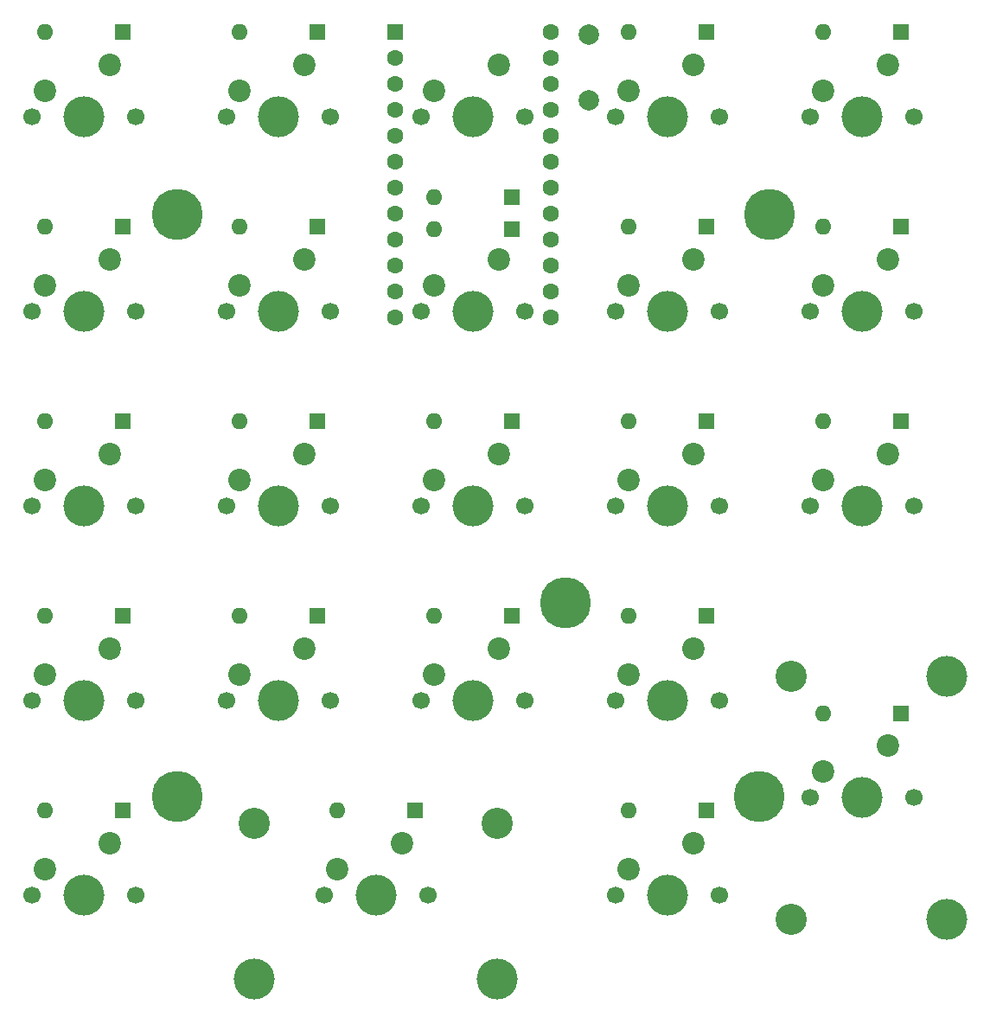
<source format=gts>
%TF.GenerationSoftware,KiCad,Pcbnew,(6.0.4-0)*%
%TF.CreationDate,2022-04-04T05:09:50+09:00*%
%TF.ProjectId,mytenkey,6d797465-6e6b-4657-992e-6b696361645f,rev?*%
%TF.SameCoordinates,Original*%
%TF.FileFunction,Soldermask,Top*%
%TF.FilePolarity,Negative*%
%FSLAX46Y46*%
G04 Gerber Fmt 4.6, Leading zero omitted, Abs format (unit mm)*
G04 Created by KiCad (PCBNEW (6.0.4-0)) date 2022-04-04 05:09:50*
%MOMM*%
%LPD*%
G01*
G04 APERTURE LIST*
%ADD10R,1.600000X1.600000*%
%ADD11O,1.600000X1.600000*%
%ADD12C,4.000000*%
%ADD13C,1.700000*%
%ADD14C,2.200000*%
%ADD15C,5.000000*%
%ADD16C,1.600000*%
%ADD17C,3.050000*%
%ADD18C,2.000000*%
G04 APERTURE END LIST*
D10*
%TO.C,D23*%
X171910000Y-114850000D03*
D11*
X164290000Y-114850000D03*
%TD*%
D12*
%TO.C,SW22*%
X168100000Y-94530000D03*
D13*
X173180000Y-94530000D03*
X163020000Y-94530000D03*
D14*
X170640000Y-89450000D03*
X164290000Y-91990000D03*
%TD*%
D13*
%TO.C,SW15*%
X154130000Y-56430000D03*
X143970000Y-56430000D03*
D12*
X149050000Y-56430000D03*
D14*
X151590000Y-51350000D03*
X145240000Y-53890000D03*
%TD*%
D13*
%TO.C,SW3*%
X96980000Y-94530000D03*
X86820000Y-94530000D03*
D12*
X91900000Y-94530000D03*
D14*
X94440000Y-89450000D03*
X88090000Y-91990000D03*
%TD*%
D10*
%TO.C,D1*%
X95710000Y-48175000D03*
D11*
X88090000Y-48175000D03*
%TD*%
D10*
%TO.C,D8*%
X114760000Y-86275000D03*
D11*
X107140000Y-86275000D03*
%TD*%
D10*
%TO.C,D4*%
X95710000Y-105325000D03*
D11*
X88090000Y-105325000D03*
%TD*%
D15*
%TO.C,*%
X159000000Y-66000000D03*
%TD*%
D10*
%TO.C,D22*%
X171910000Y-86275000D03*
D11*
X164290000Y-86275000D03*
%TD*%
D13*
%TO.C,SW19*%
X143970000Y-132630000D03*
X154130000Y-132630000D03*
D12*
X149050000Y-132630000D03*
D14*
X151590000Y-127550000D03*
X145240000Y-130090000D03*
%TD*%
D10*
%TO.C,D10*%
X124285000Y-124375000D03*
D11*
X116665000Y-124375000D03*
%TD*%
D10*
%TO.C,D20*%
X171910000Y-48175000D03*
D11*
X164290000Y-48175000D03*
%TD*%
D15*
%TO.C,*%
X158000000Y-123000000D03*
%TD*%
D10*
%TO.C,D5*%
X95710000Y-124375000D03*
D11*
X88090000Y-124375000D03*
%TD*%
D10*
%TO.C,D13*%
X133810000Y-86275000D03*
D11*
X126190000Y-86275000D03*
%TD*%
D13*
%TO.C,SW7*%
X116030000Y-75480000D03*
X105870000Y-75480000D03*
D12*
X110950000Y-75480000D03*
D14*
X113490000Y-70400000D03*
X107140000Y-72940000D03*
%TD*%
D10*
%TO.C,D16*%
X152860000Y-67225000D03*
D11*
X145240000Y-67225000D03*
%TD*%
D10*
%TO.C,U1*%
X122380000Y-48175000D03*
D16*
X122380000Y-50715000D03*
X122380000Y-53255000D03*
X122380000Y-55795000D03*
X122380000Y-58335000D03*
X122380000Y-60875000D03*
X122380000Y-63415000D03*
X122380000Y-65955000D03*
X122380000Y-68495000D03*
X122380000Y-71035000D03*
X122380000Y-73575000D03*
X122380000Y-76115000D03*
X137620000Y-76115000D03*
X137620000Y-73575000D03*
X137620000Y-71035000D03*
X137620000Y-68495000D03*
X137620000Y-65955000D03*
X137620000Y-63415000D03*
X137620000Y-60875000D03*
X137620000Y-58335000D03*
X137620000Y-55795000D03*
X137620000Y-53255000D03*
X137620000Y-50715000D03*
X137620000Y-48175000D03*
%TD*%
D13*
%TO.C,SW18*%
X154130000Y-113580000D03*
D12*
X149050000Y-113580000D03*
D13*
X143970000Y-113580000D03*
D14*
X151590000Y-108500000D03*
X145240000Y-111040000D03*
%TD*%
D13*
%TO.C,SW5*%
X86820000Y-132630000D03*
D12*
X91900000Y-132630000D03*
D13*
X96980000Y-132630000D03*
D14*
X94440000Y-127550000D03*
X88090000Y-130090000D03*
%TD*%
D10*
%TO.C,D7*%
X114760000Y-67225000D03*
D11*
X107140000Y-67225000D03*
%TD*%
D10*
%TO.C,D21*%
X171910000Y-67225000D03*
D11*
X164290000Y-67225000D03*
%TD*%
D15*
%TO.C,*%
X101000000Y-66000000D03*
%TD*%
%TO.C,*%
X139000000Y-104000000D03*
%TD*%
D13*
%TO.C,SW12*%
X124920000Y-75480000D03*
X135080000Y-75480000D03*
D12*
X130000000Y-75480000D03*
D14*
X132540000Y-70400000D03*
X126190000Y-72940000D03*
%TD*%
D13*
%TO.C,SW16*%
X154130000Y-75480000D03*
D12*
X149050000Y-75480000D03*
D13*
X143970000Y-75480000D03*
D14*
X151590000Y-70400000D03*
X145240000Y-72940000D03*
%TD*%
D13*
%TO.C,SW13*%
X135080000Y-94530000D03*
X124920000Y-94530000D03*
D12*
X130000000Y-94530000D03*
D14*
X132540000Y-89450000D03*
X126190000Y-91990000D03*
%TD*%
D10*
%TO.C,D11*%
X133810000Y-64300000D03*
D11*
X126190000Y-64300000D03*
%TD*%
D10*
%TO.C,D17*%
X152860000Y-86275000D03*
D11*
X145240000Y-86275000D03*
%TD*%
D12*
%TO.C,SW4*%
X91900000Y-113580000D03*
D13*
X96980000Y-113580000D03*
X86820000Y-113580000D03*
D14*
X94440000Y-108500000D03*
X88090000Y-111040000D03*
%TD*%
D13*
%TO.C,SW6*%
X105870000Y-56430000D03*
D12*
X110950000Y-56430000D03*
D13*
X116030000Y-56430000D03*
D14*
X113490000Y-51350000D03*
X107140000Y-53890000D03*
%TD*%
D13*
%TO.C,SW9*%
X116030000Y-113580000D03*
X105870000Y-113580000D03*
D12*
X110950000Y-113580000D03*
D14*
X113490000Y-108500000D03*
X107140000Y-111040000D03*
%TD*%
D13*
%TO.C,SW21*%
X173180000Y-75480000D03*
X163020000Y-75480000D03*
D12*
X168100000Y-75480000D03*
D14*
X170640000Y-70400000D03*
X164290000Y-72940000D03*
%TD*%
D10*
%TO.C,D2*%
X95710000Y-67225000D03*
D11*
X88090000Y-67225000D03*
%TD*%
D13*
%TO.C,SW20*%
X173180000Y-56430000D03*
X163020000Y-56430000D03*
D12*
X168100000Y-56430000D03*
D14*
X170640000Y-51350000D03*
X164290000Y-53890000D03*
%TD*%
D15*
%TO.C,*%
X101000000Y-123000000D03*
%TD*%
D10*
%TO.C,D12*%
X133810000Y-67437000D03*
D11*
X126190000Y-67437000D03*
%TD*%
D10*
%TO.C,D9*%
X114760000Y-105325000D03*
D11*
X107140000Y-105325000D03*
%TD*%
D13*
%TO.C,SW17*%
X154130000Y-94530000D03*
X143970000Y-94530000D03*
D12*
X149050000Y-94530000D03*
D14*
X151590000Y-89450000D03*
X145240000Y-91990000D03*
%TD*%
D12*
%TO.C,SW23*%
X168100000Y-123105000D03*
D17*
X161100000Y-111205000D03*
D13*
X173180000Y-123105000D03*
D12*
X176340000Y-111205000D03*
D17*
X161100000Y-135005000D03*
D13*
X163020000Y-123105000D03*
D12*
X176340000Y-135005000D03*
D14*
X170640000Y-118025000D03*
X164290000Y-120565000D03*
%TD*%
D13*
%TO.C,SW8*%
X105870000Y-94530000D03*
X116030000Y-94530000D03*
D12*
X110950000Y-94530000D03*
D14*
X113490000Y-89450000D03*
X107140000Y-91990000D03*
%TD*%
D10*
%TO.C,D18*%
X152860000Y-105325000D03*
D11*
X145240000Y-105325000D03*
%TD*%
D13*
%TO.C,SW14*%
X124920000Y-113580000D03*
D12*
X130000000Y-113580000D03*
D13*
X135080000Y-113580000D03*
D14*
X132540000Y-108500000D03*
X126190000Y-111040000D03*
%TD*%
D17*
%TO.C,SW10*%
X132375000Y-125630000D03*
D13*
X125555000Y-132630000D03*
D12*
X132375000Y-140870000D03*
D13*
X115395000Y-132630000D03*
D17*
X108575000Y-125630000D03*
D12*
X108575000Y-140870000D03*
X120475000Y-132630000D03*
D14*
X123015000Y-127550000D03*
X116665000Y-130090000D03*
%TD*%
D10*
%TO.C,D3*%
X95710000Y-86275000D03*
D11*
X88090000Y-86275000D03*
%TD*%
D10*
%TO.C,D6*%
X114760000Y-48175000D03*
D11*
X107140000Y-48175000D03*
%TD*%
D12*
%TO.C,SW11*%
X130000000Y-56430000D03*
D13*
X124920000Y-56430000D03*
X135080000Y-56430000D03*
D14*
X132540000Y-51350000D03*
X126190000Y-53890000D03*
%TD*%
D10*
%TO.C,D14*%
X133810000Y-105325000D03*
D11*
X126190000Y-105325000D03*
%TD*%
D12*
%TO.C,SW1*%
X91900000Y-56430000D03*
D13*
X86820000Y-56430000D03*
X96980000Y-56430000D03*
D14*
X94440000Y-51350000D03*
X88090000Y-53890000D03*
%TD*%
D13*
%TO.C,SW2*%
X96980000Y-75480000D03*
D12*
X91900000Y-75480000D03*
D13*
X86820000Y-75480000D03*
D14*
X94440000Y-70400000D03*
X88090000Y-72940000D03*
%TD*%
D10*
%TO.C,D15*%
X152860000Y-48175000D03*
D11*
X145240000Y-48175000D03*
%TD*%
D10*
%TO.C,D19*%
X152860000Y-124375000D03*
D11*
X145240000Y-124375000D03*
%TD*%
D18*
%TO.C,SW24*%
X141300200Y-54861600D03*
X141300200Y-48361600D03*
%TD*%
M02*

</source>
